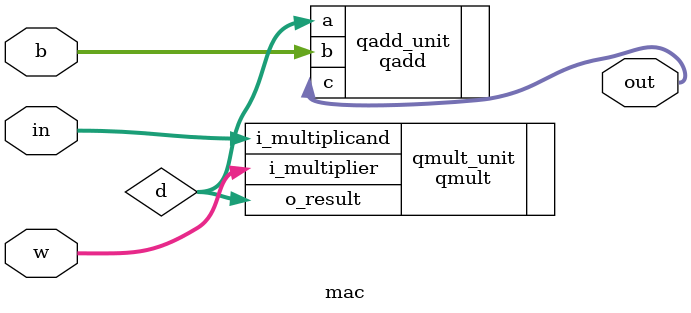
<source format=v>

`timescale 1ns / 1ps

module mac
#(
    parameter L = 24
)
(
    input [7:0] in,
    input [L-1:0] w,
    input [L-1:0] b,
    output [L-1:0] out
    );

wire [L-1:0] d;

qmult qmult_unit(
    .i_multiplicand(in),
    .i_multiplier(w),
    .o_result(d)
);

qadd qadd_unit(
    .a(d),
    .b(b),
    .c(out)
);

endmodule

</source>
